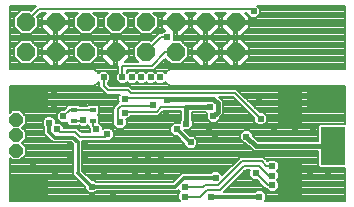
<source format=gbl>
G75*
%MOIN*%
%OFA0B0*%
%FSLAX24Y24*%
%IPPOS*%
%LPD*%
%AMOC8*
5,1,8,0,0,1.08239X$1,22.5*
%
%ADD10R,0.0236X0.0157*%
%ADD11R,0.1260X0.0787*%
%ADD12R,0.0787X0.1260*%
%ADD13OC8,0.0436*%
%ADD14OC8,0.0600*%
%ADD15C,0.0238*%
%ADD16C,0.0079*%
%ADD17C,0.0114*%
%ADD18C,0.0118*%
%ADD19C,0.0157*%
D10*
X003083Y005840D03*
X003083Y006194D03*
X003713Y006194D03*
X003713Y005840D03*
D11*
X001587Y006568D03*
X001587Y003576D03*
X011469Y006529D03*
D12*
X010288Y006332D03*
X011705Y004993D03*
X010288Y003812D03*
D13*
X001158Y004836D03*
X001158Y005348D03*
X001158Y005860D03*
D14*
X001473Y008115D03*
X002473Y008115D03*
X003473Y008115D03*
X004473Y008115D03*
X005473Y008115D03*
X006473Y008115D03*
X007473Y008115D03*
X008473Y008115D03*
X008473Y009115D03*
X007473Y009115D03*
X006473Y009115D03*
X005473Y009115D03*
X004473Y009115D03*
X003473Y009115D03*
X002473Y009115D03*
X001473Y009115D03*
D15*
X004068Y007277D03*
X004383Y007277D03*
X004698Y007277D03*
X005013Y007277D03*
X005328Y007277D03*
X005642Y007277D03*
X005957Y007277D03*
X006194Y007710D03*
X006194Y008615D03*
X006194Y006529D03*
X005721Y006371D03*
X006154Y006056D03*
X006509Y005545D03*
X006824Y005741D03*
X006981Y005112D03*
X007572Y005505D03*
X007768Y005308D03*
X007729Y005978D03*
X007611Y006293D03*
X008831Y005308D03*
X009304Y005899D03*
X009737Y005466D03*
X010446Y005466D03*
X011036Y005466D03*
X009698Y004718D03*
X009698Y004324D03*
X009698Y004009D03*
X009698Y003694D03*
X009265Y003300D03*
X009146Y004088D03*
X008831Y004088D03*
X007808Y003930D03*
X007650Y003300D03*
X006784Y003300D03*
X006784Y003615D03*
X005997Y004088D03*
X005997Y004521D03*
X005997Y004954D03*
X005564Y004954D03*
X005131Y004954D03*
X005131Y004521D03*
X005564Y004521D03*
X005564Y004088D03*
X005131Y004088D03*
X004383Y003300D03*
X003674Y003300D03*
X003674Y003635D03*
X004068Y004088D03*
X003438Y004521D03*
X003438Y004993D03*
X002965Y004993D03*
X002965Y004521D03*
X002453Y004009D03*
X001705Y004363D03*
X002532Y005545D03*
X002257Y005761D03*
X002729Y005978D03*
X002414Y006371D03*
X002414Y006686D03*
X003398Y005860D03*
X003831Y005545D03*
X004186Y005387D03*
X004619Y005781D03*
X004776Y006096D03*
X004776Y006568D03*
X001154Y006371D03*
X001154Y006765D03*
X009068Y009482D03*
X009265Y006489D03*
X010957Y004127D03*
X010957Y003734D03*
X011548Y003734D03*
X011548Y004127D03*
D16*
X000939Y004606D02*
X000939Y003164D01*
X006612Y003164D01*
X006566Y003210D01*
X006566Y003391D01*
X006633Y003458D01*
X006566Y003525D01*
X006566Y003527D01*
X006515Y003477D01*
X003824Y003477D01*
X003764Y003417D01*
X003583Y003417D01*
X003456Y003545D01*
X003456Y003630D01*
X003043Y004042D01*
X003043Y004173D01*
X003045Y004175D01*
X003045Y005044D01*
X002978Y005111D01*
X002388Y005111D01*
X002295Y005203D01*
X002295Y005203D01*
X002191Y005307D01*
X002098Y005400D01*
X002098Y005611D01*
X002038Y005671D01*
X002038Y005852D01*
X002166Y005980D01*
X002347Y005980D01*
X002475Y005852D01*
X002475Y005763D01*
X002623Y005763D01*
X002751Y005635D01*
X002751Y005605D01*
X003180Y005605D01*
X003262Y005523D01*
X003338Y005447D01*
X003620Y005447D01*
X003613Y005454D01*
X003613Y005567D01*
X003575Y005605D01*
X003575Y005662D01*
X003554Y005662D01*
X003532Y005684D01*
X003489Y005641D01*
X003308Y005641D01*
X003265Y005684D01*
X003243Y005662D01*
X002924Y005662D01*
X002866Y005720D01*
X002866Y005806D01*
X002820Y005759D01*
X002639Y005759D01*
X002511Y005887D01*
X002440Y005887D01*
X002511Y005887D02*
X002511Y006068D01*
X002639Y006196D01*
X002751Y006196D01*
X002807Y006252D01*
X002866Y006311D01*
X002866Y006314D01*
X002924Y006372D01*
X003243Y006372D01*
X003282Y006333D01*
X003515Y006333D01*
X003554Y006372D01*
X003873Y006372D01*
X003931Y006314D01*
X003931Y006074D01*
X003874Y006017D01*
X003931Y005960D01*
X003931Y005754D01*
X004050Y005635D01*
X004050Y005560D01*
X004095Y005606D01*
X004276Y005606D01*
X004404Y005478D01*
X004404Y005297D01*
X004276Y005169D01*
X004095Y005169D01*
X004094Y005170D01*
X003360Y005170D01*
X003360Y005046D01*
X003358Y005044D01*
X003358Y004175D01*
X003680Y003854D01*
X003764Y003854D01*
X003824Y003794D01*
X006384Y003794D01*
X006586Y003996D01*
X006679Y004089D01*
X007657Y004089D01*
X007717Y004149D01*
X007898Y004149D01*
X008022Y004025D01*
X008535Y004539D01*
X008616Y004620D01*
X009401Y004620D01*
X009543Y004478D01*
X009607Y004543D01*
X009788Y004543D01*
X009916Y004415D01*
X009916Y004234D01*
X009849Y004167D01*
X009916Y004100D01*
X009916Y003919D01*
X009849Y003852D01*
X009916Y003785D01*
X009916Y003604D01*
X009788Y003476D01*
X009607Y003476D01*
X009527Y003555D01*
X009483Y003555D01*
X009401Y003637D01*
X009169Y003869D01*
X009056Y003869D01*
X008928Y003997D01*
X008928Y004178D01*
X008935Y004185D01*
X008810Y004185D01*
X008084Y003459D01*
X009114Y003459D01*
X009174Y003519D01*
X009355Y003519D01*
X009483Y003391D01*
X009483Y003210D01*
X009437Y003164D01*
X012118Y003164D01*
X012118Y004264D01*
X011271Y004264D01*
X011212Y004322D01*
X011212Y004815D01*
X009073Y004815D01*
X008968Y004920D01*
X008798Y005090D01*
X008741Y005090D01*
X008613Y005218D01*
X008613Y005399D01*
X008741Y005527D01*
X008922Y005527D01*
X009050Y005399D01*
X009050Y005342D01*
X009220Y005172D01*
X011212Y005172D01*
X011212Y005664D01*
X011271Y005723D01*
X012118Y005723D01*
X012118Y006981D01*
X006311Y006981D01*
X006174Y007060D01*
X006174Y007060D01*
X006174Y007060D01*
X006128Y007139D01*
X006048Y007058D01*
X005867Y007058D01*
X005800Y007125D01*
X005733Y007058D01*
X005552Y007058D01*
X005485Y007125D01*
X005418Y007058D01*
X005237Y007058D01*
X005170Y007125D01*
X005103Y007058D01*
X004922Y007058D01*
X004855Y007125D01*
X004788Y007058D01*
X004607Y007058D01*
X004479Y007186D01*
X004479Y007367D01*
X004559Y007447D01*
X004559Y007676D01*
X004513Y007676D01*
X004513Y008076D01*
X004513Y008155D01*
X004913Y008155D01*
X004913Y008297D01*
X004655Y008555D01*
X004513Y008555D01*
X004513Y008155D01*
X004434Y008155D01*
X004434Y008555D01*
X004291Y008555D01*
X004034Y008297D01*
X004034Y008155D01*
X004434Y008155D01*
X004434Y008076D01*
X004513Y008076D01*
X004913Y008076D01*
X004913Y007933D01*
X004788Y007809D01*
X005215Y007809D01*
X005074Y007950D01*
X005074Y008281D01*
X005308Y008515D01*
X005639Y008515D01*
X005657Y008496D01*
X005916Y008754D01*
X006023Y008754D01*
X006103Y008834D01*
X006133Y008834D01*
X006034Y008933D01*
X006034Y009076D01*
X006434Y009076D01*
X006513Y009076D01*
X006513Y009155D01*
X006913Y009155D01*
X006913Y009297D01*
X006788Y009422D01*
X007158Y009422D01*
X007034Y009297D01*
X007034Y009155D01*
X007434Y009155D01*
X007434Y009076D01*
X007513Y009076D01*
X007513Y009155D01*
X007913Y009155D01*
X007913Y009297D01*
X007788Y009422D01*
X008158Y009422D01*
X008034Y009297D01*
X008034Y009155D01*
X008434Y009155D01*
X008434Y009076D01*
X008513Y009076D01*
X008513Y009155D01*
X008913Y009155D01*
X008913Y009297D01*
X008788Y009422D01*
X008849Y009422D01*
X008849Y009391D01*
X008977Y009263D01*
X009158Y009263D01*
X009286Y009391D01*
X009286Y009572D01*
X009200Y009658D01*
X012118Y009658D01*
X012118Y007573D01*
X006311Y007573D01*
X006174Y007494D01*
X006174Y007494D01*
X006174Y007494D01*
X006128Y007415D01*
X006048Y007495D01*
X005867Y007495D01*
X005800Y007428D01*
X005733Y007495D01*
X005552Y007495D01*
X005485Y007428D01*
X005418Y007495D01*
X005237Y007495D01*
X005170Y007428D01*
X005103Y007495D01*
X004922Y007495D01*
X004855Y007428D01*
X004836Y007447D01*
X004836Y007532D01*
X005739Y007532D01*
X006116Y007908D01*
X006308Y007716D01*
X006639Y007716D01*
X006873Y007950D01*
X006873Y008281D01*
X006639Y008515D01*
X006402Y008515D01*
X006412Y008525D01*
X006412Y008676D01*
X006434Y008676D01*
X006434Y009076D01*
X006434Y009155D01*
X006034Y009155D01*
X006034Y009297D01*
X006158Y009422D01*
X005732Y009422D01*
X005873Y009281D01*
X005873Y008950D01*
X005639Y008716D01*
X005308Y008716D01*
X005074Y008950D01*
X005074Y009281D01*
X005215Y009422D01*
X004732Y009422D01*
X004873Y009281D01*
X004873Y008950D01*
X004639Y008716D01*
X004308Y008716D01*
X004074Y008950D01*
X004074Y009281D01*
X004215Y009422D01*
X003732Y009422D01*
X003873Y009281D01*
X003873Y008950D01*
X003639Y008716D01*
X003308Y008716D01*
X003074Y008950D01*
X003074Y009281D01*
X003215Y009422D01*
X002788Y009422D01*
X002913Y009297D01*
X002913Y009155D01*
X002513Y009155D01*
X002513Y009076D01*
X002913Y009076D01*
X002913Y008933D01*
X002655Y008676D01*
X002513Y008676D01*
X002513Y009076D01*
X002434Y009076D01*
X002434Y008676D01*
X002291Y008676D01*
X002034Y008933D01*
X002034Y009076D01*
X002434Y009076D01*
X002434Y009155D01*
X002034Y009155D01*
X002034Y009297D01*
X002158Y009422D01*
X001976Y009422D01*
X001854Y009300D01*
X001873Y009281D01*
X001873Y008950D01*
X001639Y008716D01*
X001308Y008716D01*
X001074Y008950D01*
X001074Y009281D01*
X001308Y009515D01*
X001639Y009515D01*
X001657Y009496D01*
X001819Y009658D01*
X000939Y009658D01*
X000939Y007573D01*
X003714Y007573D01*
X003851Y007494D01*
X003851Y007494D01*
X003851Y007494D01*
X003897Y007415D01*
X003977Y007495D01*
X004158Y007495D01*
X004286Y007367D01*
X004286Y007186D01*
X004206Y007107D01*
X004206Y007059D01*
X004283Y006983D01*
X004952Y006983D01*
X005031Y006904D01*
X008495Y006904D01*
X009282Y006117D01*
X009394Y006117D01*
X009522Y005989D01*
X009522Y005808D01*
X009394Y005680D01*
X009213Y005680D01*
X009085Y005808D01*
X009085Y005921D01*
X008380Y006626D01*
X007923Y006626D01*
X007960Y006589D01*
X007960Y006589D01*
X008065Y006485D01*
X008065Y006061D01*
X007960Y005957D01*
X007947Y005944D01*
X007947Y005887D01*
X009085Y005887D01*
X009085Y005810D02*
X007870Y005810D01*
X007820Y005759D02*
X007947Y005887D01*
X007967Y005964D02*
X009042Y005964D01*
X008965Y006041D02*
X008045Y006041D01*
X008065Y006119D02*
X008888Y006119D01*
X008811Y006196D02*
X008065Y006196D01*
X008065Y006273D02*
X008733Y006273D01*
X008656Y006350D02*
X008065Y006350D01*
X008065Y006428D02*
X008579Y006428D01*
X008502Y006505D02*
X008044Y006505D01*
X007967Y006582D02*
X008424Y006582D01*
X008438Y006765D02*
X009304Y005899D01*
X009522Y005887D02*
X012118Y005887D01*
X012118Y005964D02*
X009522Y005964D01*
X009470Y006041D02*
X012118Y006041D01*
X012118Y006119D02*
X009280Y006119D01*
X009203Y006196D02*
X012118Y006196D01*
X012118Y006273D02*
X009126Y006273D01*
X009049Y006350D02*
X012118Y006350D01*
X012118Y006428D02*
X008971Y006428D01*
X008894Y006505D02*
X012118Y006505D01*
X012118Y006582D02*
X008817Y006582D01*
X008740Y006659D02*
X012118Y006659D01*
X012118Y006737D02*
X008662Y006737D01*
X008585Y006814D02*
X012118Y006814D01*
X012118Y006891D02*
X008508Y006891D01*
X008438Y006765D02*
X004973Y006765D01*
X004894Y006844D01*
X004225Y006844D01*
X004068Y007001D01*
X004068Y007277D01*
X004222Y007432D02*
X004544Y007432D01*
X004559Y007509D02*
X003825Y007509D01*
X003887Y007432D02*
X003914Y007432D01*
X003897Y007139D02*
X003929Y007107D01*
X003929Y006944D01*
X004086Y006786D01*
X004168Y006705D01*
X004604Y006705D01*
X004558Y006659D01*
X004558Y006478D01*
X004583Y006453D01*
X004483Y006353D01*
X004401Y006271D01*
X004401Y005872D01*
X004400Y005871D01*
X004400Y005690D01*
X004528Y005562D01*
X004709Y005562D01*
X004837Y005690D01*
X004837Y005871D01*
X004831Y005877D01*
X004867Y005877D01*
X004986Y005996D01*
X005897Y005996D01*
X006054Y006154D01*
X006645Y006154D01*
X006645Y005872D01*
X006605Y005832D01*
X006605Y005757D01*
X006599Y005763D01*
X006418Y005763D01*
X006290Y005635D01*
X006290Y005454D01*
X006418Y005326D01*
X006503Y005326D01*
X006763Y005067D01*
X006763Y005021D01*
X006891Y004893D01*
X007072Y004893D01*
X007199Y005021D01*
X007199Y005202D01*
X007072Y005330D01*
X006947Y005330D01*
X006754Y005523D01*
X006914Y005523D01*
X007042Y005651D01*
X007042Y005832D01*
X007002Y005872D01*
X007002Y006115D01*
X007480Y006115D01*
X007519Y006076D01*
X007511Y006068D01*
X007511Y005887D01*
X007002Y005887D01*
X007002Y005964D02*
X007511Y005964D01*
X007511Y005887D02*
X007639Y005759D01*
X007820Y005759D01*
X007588Y005810D02*
X007042Y005810D01*
X007042Y005732D02*
X009161Y005732D01*
X009446Y005732D02*
X012118Y005732D01*
X012118Y005810D02*
X009522Y005810D01*
X009025Y005423D02*
X011212Y005423D01*
X011212Y005346D02*
X009050Y005346D01*
X009123Y005269D02*
X011212Y005269D01*
X011212Y005192D02*
X009200Y005192D01*
X008928Y004960D02*
X007138Y004960D01*
X007199Y005037D02*
X008851Y005037D01*
X008716Y005115D02*
X007199Y005115D01*
X007199Y005192D02*
X008639Y005192D01*
X008613Y005269D02*
X007132Y005269D01*
X006931Y005346D02*
X008613Y005346D01*
X008638Y005423D02*
X006854Y005423D01*
X006777Y005501D02*
X008715Y005501D01*
X008948Y005501D02*
X011212Y005501D01*
X011212Y005578D02*
X006969Y005578D01*
X007042Y005655D02*
X011212Y005655D01*
X011212Y004806D02*
X003358Y004806D01*
X003358Y004883D02*
X009005Y004883D01*
X008674Y004482D02*
X009343Y004482D01*
X009501Y004324D01*
X009698Y004324D01*
X009916Y004342D02*
X011212Y004342D01*
X011212Y004419D02*
X009911Y004419D01*
X009834Y004497D02*
X011212Y004497D01*
X011212Y004574D02*
X009447Y004574D01*
X009524Y004497D02*
X009561Y004497D01*
X009265Y004324D02*
X009579Y004009D01*
X009698Y004009D01*
X009916Y004033D02*
X012118Y004033D01*
X012118Y003956D02*
X009916Y003956D01*
X009876Y003879D02*
X012118Y003879D01*
X012118Y003801D02*
X009899Y003801D01*
X009916Y003724D02*
X012118Y003724D01*
X012118Y003647D02*
X009916Y003647D01*
X009882Y003570D02*
X012118Y003570D01*
X012118Y003492D02*
X009805Y003492D01*
X009590Y003492D02*
X009381Y003492D01*
X009459Y003415D02*
X012118Y003415D01*
X012118Y003338D02*
X009483Y003338D01*
X009483Y003261D02*
X012118Y003261D01*
X012118Y003184D02*
X009456Y003184D01*
X009148Y003492D02*
X008117Y003492D01*
X008195Y003570D02*
X009468Y003570D01*
X009391Y003647D02*
X008272Y003647D01*
X008349Y003724D02*
X009314Y003724D01*
X009237Y003801D02*
X008426Y003801D01*
X008503Y003879D02*
X009047Y003879D01*
X008969Y003956D02*
X008581Y003956D01*
X008658Y004033D02*
X008928Y004033D01*
X008928Y004110D02*
X008735Y004110D01*
X008753Y004324D02*
X009265Y004324D01*
X009146Y004088D02*
X009540Y003694D01*
X009698Y003694D01*
X009905Y004110D02*
X012118Y004110D01*
X012118Y004188D02*
X009870Y004188D01*
X009916Y004265D02*
X011270Y004265D01*
X011212Y004651D02*
X003358Y004651D01*
X003358Y004574D02*
X008570Y004574D01*
X008493Y004497D02*
X003358Y004497D01*
X003358Y004419D02*
X008416Y004419D01*
X008338Y004342D02*
X003358Y004342D01*
X003358Y004265D02*
X008261Y004265D01*
X008184Y004188D02*
X003358Y004188D01*
X003423Y004110D02*
X007679Y004110D01*
X007937Y004110D02*
X008107Y004110D01*
X008029Y004033D02*
X008014Y004033D01*
X007887Y003694D02*
X008674Y004482D01*
X008753Y004324D02*
X007965Y003537D01*
X007532Y003537D01*
X007296Y003300D01*
X006784Y003300D01*
X006598Y003492D02*
X006531Y003492D01*
X006590Y003415D02*
X000939Y003415D01*
X000939Y003338D02*
X006566Y003338D01*
X006566Y003261D02*
X000939Y003261D01*
X000939Y003184D02*
X006592Y003184D01*
X006784Y003615D02*
X007375Y003615D01*
X007453Y003694D01*
X007887Y003694D01*
X006624Y004033D02*
X003500Y004033D01*
X003577Y003956D02*
X006546Y003956D01*
X006469Y003879D02*
X003654Y003879D01*
X003817Y003801D02*
X006392Y003801D01*
X006824Y004960D02*
X003358Y004960D01*
X003358Y005037D02*
X006763Y005037D01*
X006715Y005115D02*
X003360Y005115D01*
X003280Y005308D02*
X003123Y005466D01*
X002611Y005466D01*
X002532Y005545D01*
X002653Y005732D02*
X002866Y005732D01*
X003083Y005840D02*
X003379Y005840D01*
X003398Y005860D01*
X003294Y005655D02*
X002731Y005655D01*
X002588Y005810D02*
X002475Y005810D01*
X002511Y005964D02*
X002362Y005964D01*
X002151Y005964D02*
X001476Y005964D01*
X001476Y005991D02*
X001290Y006177D01*
X001027Y006177D01*
X000939Y006089D01*
X000939Y006981D01*
X003714Y006981D01*
X003851Y007060D01*
X003851Y007060D01*
X003897Y007139D01*
X003888Y007123D02*
X003913Y007123D01*
X003929Y007046D02*
X003826Y007046D01*
X003851Y007060D02*
X003851Y007060D01*
X003929Y006968D02*
X000939Y006968D01*
X000939Y006891D02*
X003982Y006891D01*
X004059Y006814D02*
X000939Y006814D01*
X000939Y006737D02*
X004136Y006737D01*
X004220Y007046D02*
X006199Y007046D01*
X006137Y007123D02*
X006112Y007123D01*
X006111Y007432D02*
X006138Y007432D01*
X006200Y007509D02*
X004836Y007509D01*
X004852Y007432D02*
X004859Y007432D01*
X004698Y007277D02*
X004698Y007671D01*
X005682Y007671D01*
X006127Y008115D01*
X006473Y008115D01*
X006795Y008359D02*
X007095Y008359D01*
X007034Y008297D02*
X007034Y008155D01*
X007434Y008155D01*
X007434Y008555D01*
X007291Y008555D01*
X007034Y008297D01*
X007034Y008281D02*
X006872Y008281D01*
X006873Y008204D02*
X007034Y008204D01*
X006873Y008127D02*
X007434Y008127D01*
X007434Y008155D02*
X007434Y008076D01*
X007513Y008076D01*
X007513Y008155D01*
X007913Y008155D01*
X007913Y008297D01*
X007655Y008555D01*
X007513Y008555D01*
X007513Y008155D01*
X007434Y008155D01*
X007434Y008204D02*
X007513Y008204D01*
X007513Y008127D02*
X008434Y008127D01*
X008434Y008155D02*
X008434Y008076D01*
X008513Y008076D01*
X008513Y008155D01*
X008913Y008155D01*
X008913Y008297D01*
X008655Y008555D01*
X008513Y008555D01*
X008513Y008155D01*
X008434Y008155D01*
X008434Y008555D01*
X008291Y008555D01*
X008034Y008297D01*
X008034Y008155D01*
X008434Y008155D01*
X008434Y008204D02*
X008513Y008204D01*
X008513Y008127D02*
X012118Y008127D01*
X012118Y008204D02*
X008913Y008204D01*
X008913Y008281D02*
X012118Y008281D01*
X012118Y008359D02*
X008851Y008359D01*
X008774Y008436D02*
X012118Y008436D01*
X012118Y008513D02*
X008697Y008513D01*
X008655Y008676D02*
X008513Y008676D01*
X008513Y009076D01*
X008913Y009076D01*
X008913Y008933D01*
X008655Y008676D01*
X008724Y008745D02*
X012118Y008745D01*
X012118Y008822D02*
X008801Y008822D01*
X008878Y008899D02*
X012118Y008899D01*
X012118Y008977D02*
X008913Y008977D01*
X008913Y009054D02*
X012118Y009054D01*
X012118Y009131D02*
X008513Y009131D01*
X008513Y009054D02*
X008434Y009054D01*
X008434Y009076D02*
X008434Y008676D01*
X008291Y008676D01*
X008034Y008933D01*
X008034Y009076D01*
X008434Y009076D01*
X008434Y009131D02*
X007513Y009131D01*
X007513Y009076D02*
X007913Y009076D01*
X007913Y008933D01*
X007655Y008676D01*
X007513Y008676D01*
X007513Y009076D01*
X007513Y009054D02*
X007434Y009054D01*
X007434Y009076D02*
X007434Y008676D01*
X007291Y008676D01*
X007034Y008933D01*
X007034Y009076D01*
X007434Y009076D01*
X007434Y009131D02*
X006513Y009131D01*
X006513Y009076D02*
X006913Y009076D01*
X006913Y008933D01*
X006655Y008676D01*
X006513Y008676D01*
X006513Y009076D01*
X006513Y009054D02*
X006434Y009054D01*
X006434Y009131D02*
X005873Y009131D01*
X005873Y009054D02*
X006034Y009054D01*
X006034Y008977D02*
X005873Y008977D01*
X005822Y008899D02*
X006068Y008899D01*
X006091Y008822D02*
X005745Y008822D01*
X005667Y008745D02*
X005906Y008745D01*
X005829Y008668D02*
X000939Y008668D01*
X000939Y008745D02*
X001279Y008745D01*
X001202Y008822D02*
X000939Y008822D01*
X000939Y008899D02*
X001125Y008899D01*
X001074Y008977D02*
X000939Y008977D01*
X000939Y009054D02*
X001074Y009054D01*
X001074Y009131D02*
X000939Y009131D01*
X000939Y009208D02*
X001074Y009208D01*
X001078Y009286D02*
X000939Y009286D01*
X000939Y009363D02*
X001156Y009363D01*
X001233Y009440D02*
X000939Y009440D01*
X000939Y009517D02*
X001679Y009517D01*
X001756Y009594D02*
X000939Y009594D01*
X001473Y009115D02*
X001918Y009560D01*
X008989Y009560D01*
X009068Y009482D01*
X008878Y009363D02*
X008847Y009363D01*
X008913Y009286D02*
X008955Y009286D01*
X008913Y009208D02*
X012118Y009208D01*
X012118Y009286D02*
X009180Y009286D01*
X009258Y009363D02*
X012118Y009363D01*
X012118Y009440D02*
X009286Y009440D01*
X009286Y009517D02*
X012118Y009517D01*
X012118Y009594D02*
X009264Y009594D01*
X008513Y008977D02*
X008434Y008977D01*
X008434Y008899D02*
X008513Y008899D01*
X008513Y008822D02*
X008434Y008822D01*
X008434Y008745D02*
X008513Y008745D01*
X008513Y008513D02*
X008434Y008513D01*
X008434Y008436D02*
X008513Y008436D01*
X008513Y008359D02*
X008434Y008359D01*
X008434Y008281D02*
X008513Y008281D01*
X008513Y008076D02*
X008913Y008076D01*
X008913Y007933D01*
X008655Y007676D01*
X008513Y007676D01*
X008513Y008076D01*
X008513Y008050D02*
X008434Y008050D01*
X008434Y008076D02*
X008434Y007676D01*
X008291Y007676D01*
X008034Y007933D01*
X008034Y008076D01*
X008434Y008076D01*
X008434Y007972D02*
X008513Y007972D01*
X008513Y007895D02*
X008434Y007895D01*
X008434Y007818D02*
X008513Y007818D01*
X008513Y007741D02*
X008434Y007741D01*
X008227Y007741D02*
X007720Y007741D01*
X007655Y007676D02*
X007913Y007933D01*
X007913Y008076D01*
X007513Y008076D01*
X007513Y007676D01*
X007655Y007676D01*
X007513Y007741D02*
X007434Y007741D01*
X007434Y007676D02*
X007434Y008076D01*
X007034Y008076D01*
X007034Y007933D01*
X007291Y007676D01*
X007434Y007676D01*
X007434Y007818D02*
X007513Y007818D01*
X007513Y007895D02*
X007434Y007895D01*
X007434Y007972D02*
X007513Y007972D01*
X007513Y008050D02*
X007434Y008050D01*
X007434Y008281D02*
X007513Y008281D01*
X007513Y008359D02*
X007434Y008359D01*
X007434Y008436D02*
X007513Y008436D01*
X007513Y008513D02*
X007434Y008513D01*
X007249Y008513D02*
X006640Y008513D01*
X006718Y008436D02*
X007172Y008436D01*
X007222Y008745D02*
X006724Y008745D01*
X006801Y008822D02*
X007145Y008822D01*
X007068Y008899D02*
X006878Y008899D01*
X006913Y008977D02*
X007034Y008977D01*
X007034Y009054D02*
X006913Y009054D01*
X006913Y009208D02*
X007034Y009208D01*
X007034Y009286D02*
X006913Y009286D01*
X006847Y009363D02*
X007099Y009363D01*
X007434Y008977D02*
X007513Y008977D01*
X007513Y008899D02*
X007434Y008899D01*
X007434Y008822D02*
X007513Y008822D01*
X007513Y008745D02*
X007434Y008745D01*
X007697Y008513D02*
X008249Y008513D01*
X008172Y008436D02*
X007774Y008436D01*
X007851Y008359D02*
X008095Y008359D01*
X008034Y008281D02*
X007913Y008281D01*
X007913Y008204D02*
X008034Y008204D01*
X008034Y008050D02*
X007913Y008050D01*
X007913Y007972D02*
X008034Y007972D01*
X008072Y007895D02*
X007874Y007895D01*
X007797Y007818D02*
X008149Y007818D01*
X008720Y007741D02*
X012118Y007741D01*
X012118Y007818D02*
X008797Y007818D01*
X008874Y007895D02*
X012118Y007895D01*
X012118Y007972D02*
X008913Y007972D01*
X008913Y008050D02*
X012118Y008050D01*
X012118Y007663D02*
X005871Y007663D01*
X005794Y007586D02*
X012118Y007586D01*
X012118Y006968D02*
X004966Y006968D01*
X004858Y007123D02*
X004852Y007123D01*
X005167Y007123D02*
X005173Y007123D01*
X005167Y007432D02*
X005173Y007432D01*
X005482Y007432D02*
X005488Y007432D01*
X005796Y007432D02*
X005803Y007432D01*
X005797Y007123D02*
X005803Y007123D01*
X005488Y007123D02*
X005482Y007123D01*
X006115Y006608D02*
X006194Y006529D01*
X006154Y006568D01*
X006115Y006608D02*
X004816Y006608D01*
X004776Y006568D01*
X004558Y006582D02*
X000939Y006582D01*
X000939Y006505D02*
X004558Y006505D01*
X004558Y006428D02*
X000939Y006428D01*
X000939Y006350D02*
X002902Y006350D01*
X002828Y006273D02*
X000939Y006273D01*
X000939Y006196D02*
X002638Y006196D01*
X002561Y006119D02*
X001348Y006119D01*
X001425Y006041D02*
X002511Y006041D01*
X002729Y005978D02*
X002946Y006194D01*
X003083Y006194D01*
X003713Y006194D01*
X003532Y006350D02*
X003265Y006350D01*
X003895Y006350D02*
X004480Y006350D01*
X004403Y006273D02*
X003931Y006273D01*
X003931Y006196D02*
X004401Y006196D01*
X004401Y006119D02*
X003931Y006119D01*
X003898Y006041D02*
X004401Y006041D01*
X004401Y005964D02*
X003926Y005964D01*
X003931Y005887D02*
X004401Y005887D01*
X004400Y005810D02*
X003931Y005810D01*
X003952Y005732D02*
X004400Y005732D01*
X004436Y005655D02*
X004030Y005655D01*
X004050Y005578D02*
X004068Y005578D01*
X004186Y005387D02*
X004107Y005308D01*
X003280Y005308D01*
X003284Y005501D02*
X003613Y005501D01*
X003602Y005578D02*
X003207Y005578D01*
X003503Y005655D02*
X003575Y005655D01*
X003713Y005663D02*
X003713Y005840D01*
X003713Y005663D02*
X003831Y005545D01*
X004304Y005578D02*
X004513Y005578D01*
X004381Y005501D02*
X006290Y005501D01*
X006290Y005578D02*
X004725Y005578D01*
X004802Y005655D02*
X006310Y005655D01*
X006388Y005732D02*
X004837Y005732D01*
X004837Y005810D02*
X006605Y005810D01*
X006645Y005887D02*
X004876Y005887D01*
X004954Y005964D02*
X006645Y005964D01*
X006645Y006041D02*
X005942Y006041D01*
X006019Y006119D02*
X006645Y006119D01*
X006824Y006293D02*
X005997Y006293D01*
X005839Y006135D01*
X004816Y006135D01*
X004776Y006096D01*
X004540Y006214D02*
X004540Y005860D01*
X004619Y005781D01*
X004404Y005423D02*
X006321Y005423D01*
X006398Y005346D02*
X004404Y005346D01*
X004377Y005269D02*
X006560Y005269D01*
X006637Y005192D02*
X004299Y005192D01*
X003358Y004728D02*
X011212Y004728D01*
X007511Y006041D02*
X007002Y006041D01*
X005721Y006371D02*
X005682Y006332D01*
X004658Y006332D01*
X004540Y006214D01*
X004559Y006659D02*
X000939Y006659D01*
X000939Y006119D02*
X000968Y006119D01*
X001476Y005991D02*
X001476Y005728D01*
X001351Y005604D01*
X001476Y005479D01*
X001476Y005216D01*
X001351Y005092D01*
X001476Y004967D01*
X001476Y004704D01*
X001290Y004518D01*
X001027Y004518D01*
X000939Y004606D01*
X000939Y004574D02*
X000971Y004574D01*
X000939Y004497D02*
X003045Y004497D01*
X003045Y004574D02*
X001345Y004574D01*
X001422Y004651D02*
X003045Y004651D01*
X003045Y004728D02*
X001476Y004728D01*
X001476Y004806D02*
X003045Y004806D01*
X003045Y004883D02*
X001476Y004883D01*
X001476Y004960D02*
X003045Y004960D01*
X003045Y005037D02*
X001406Y005037D01*
X001374Y005115D02*
X002384Y005115D01*
X002307Y005192D02*
X001451Y005192D01*
X001476Y005269D02*
X002229Y005269D01*
X002152Y005346D02*
X001476Y005346D01*
X001476Y005423D02*
X002098Y005423D01*
X002098Y005501D02*
X001454Y005501D01*
X001377Y005578D02*
X002098Y005578D01*
X002054Y005655D02*
X001403Y005655D01*
X001476Y005732D02*
X002038Y005732D01*
X002038Y005810D02*
X001476Y005810D01*
X001476Y005887D02*
X002074Y005887D01*
X003045Y004419D02*
X000939Y004419D01*
X000939Y004342D02*
X003045Y004342D01*
X003045Y004265D02*
X000939Y004265D01*
X000939Y004188D02*
X003045Y004188D01*
X003043Y004110D02*
X000939Y004110D01*
X000939Y004033D02*
X003052Y004033D01*
X003129Y003956D02*
X000939Y003956D01*
X000939Y003879D02*
X003206Y003879D01*
X003284Y003801D02*
X000939Y003801D01*
X000939Y003724D02*
X003361Y003724D01*
X003438Y003647D02*
X000939Y003647D01*
X000939Y003570D02*
X003456Y003570D01*
X003508Y003492D02*
X000939Y003492D01*
X004222Y007123D02*
X004543Y007123D01*
X004479Y007200D02*
X004286Y007200D01*
X004286Y007277D02*
X004479Y007277D01*
X004479Y007354D02*
X004286Y007354D01*
X004559Y007586D02*
X000939Y007586D01*
X000939Y007663D02*
X004559Y007663D01*
X004513Y007741D02*
X004434Y007741D01*
X004434Y007676D02*
X004434Y008076D01*
X004034Y008076D01*
X004034Y007933D01*
X004291Y007676D01*
X004434Y007676D01*
X004434Y007818D02*
X004513Y007818D01*
X004513Y007895D02*
X004434Y007895D01*
X004434Y007972D02*
X004513Y007972D01*
X004513Y008050D02*
X004434Y008050D01*
X004434Y008127D02*
X003873Y008127D01*
X003873Y008204D02*
X004034Y008204D01*
X004034Y008281D02*
X003872Y008281D01*
X003873Y008281D02*
X003639Y008515D01*
X003308Y008515D01*
X003074Y008281D01*
X003074Y007950D01*
X003308Y007716D01*
X003639Y007716D01*
X003873Y007950D01*
X003873Y008281D01*
X003795Y008359D02*
X004095Y008359D01*
X004172Y008436D02*
X003718Y008436D01*
X003640Y008513D02*
X004249Y008513D01*
X004434Y008513D02*
X004513Y008513D01*
X004513Y008436D02*
X004434Y008436D01*
X004434Y008359D02*
X004513Y008359D01*
X004513Y008281D02*
X004434Y008281D01*
X004434Y008204D02*
X004513Y008204D01*
X004513Y008127D02*
X005074Y008127D01*
X005074Y008204D02*
X004913Y008204D01*
X004913Y008281D02*
X005074Y008281D01*
X005152Y008359D02*
X004851Y008359D01*
X004774Y008436D02*
X005229Y008436D01*
X005306Y008513D02*
X004697Y008513D01*
X004667Y008745D02*
X005279Y008745D01*
X005202Y008822D02*
X004745Y008822D01*
X004822Y008899D02*
X005125Y008899D01*
X005074Y008977D02*
X004873Y008977D01*
X004873Y009054D02*
X005074Y009054D01*
X005074Y009131D02*
X004873Y009131D01*
X004873Y009208D02*
X005074Y009208D01*
X005078Y009286D02*
X004868Y009286D01*
X004791Y009363D02*
X005156Y009363D01*
X005791Y009363D02*
X006099Y009363D01*
X006034Y009286D02*
X005868Y009286D01*
X005873Y009208D02*
X006034Y009208D01*
X006434Y008977D02*
X006513Y008977D01*
X006513Y008899D02*
X006434Y008899D01*
X006434Y008822D02*
X006513Y008822D01*
X006513Y008745D02*
X006434Y008745D01*
X006412Y008668D02*
X012118Y008668D01*
X012118Y008590D02*
X006412Y008590D01*
X006194Y008615D02*
X005973Y008615D01*
X005473Y008115D01*
X005206Y007818D02*
X004797Y007818D01*
X004874Y007895D02*
X005129Y007895D01*
X005074Y007972D02*
X004913Y007972D01*
X004913Y008050D02*
X005074Y008050D01*
X005640Y008513D02*
X005675Y008513D01*
X005752Y008590D02*
X000939Y008590D01*
X000939Y008513D02*
X001306Y008513D01*
X001308Y008515D02*
X001074Y008281D01*
X001074Y007950D01*
X001308Y007716D01*
X001639Y007716D01*
X001873Y007950D01*
X001873Y008281D01*
X001639Y008515D01*
X001308Y008515D01*
X001229Y008436D02*
X000939Y008436D01*
X000939Y008359D02*
X001152Y008359D01*
X001074Y008281D02*
X000939Y008281D01*
X000939Y008204D02*
X001074Y008204D01*
X001074Y008127D02*
X000939Y008127D01*
X000939Y008050D02*
X001074Y008050D01*
X001074Y007972D02*
X000939Y007972D01*
X000939Y007895D02*
X001129Y007895D01*
X001206Y007818D02*
X000939Y007818D01*
X000939Y007741D02*
X001283Y007741D01*
X001663Y007741D02*
X002227Y007741D01*
X002291Y007676D02*
X002434Y007676D01*
X002434Y008076D01*
X002513Y008076D01*
X002513Y008155D01*
X002913Y008155D01*
X002913Y008297D01*
X002655Y008555D01*
X002513Y008555D01*
X002513Y008155D01*
X002434Y008155D01*
X002434Y008555D01*
X002291Y008555D01*
X002034Y008297D01*
X002034Y008155D01*
X002434Y008155D01*
X002434Y008076D01*
X002034Y008076D01*
X002034Y007933D01*
X002291Y007676D01*
X002434Y007741D02*
X002513Y007741D01*
X002513Y007676D02*
X002655Y007676D01*
X002913Y007933D01*
X002913Y008076D01*
X002513Y008076D01*
X002513Y007676D01*
X002513Y007818D02*
X002434Y007818D01*
X002434Y007895D02*
X002513Y007895D01*
X002513Y007972D02*
X002434Y007972D01*
X002434Y008050D02*
X002513Y008050D01*
X002513Y008127D02*
X003074Y008127D01*
X003074Y008204D02*
X002913Y008204D01*
X002913Y008281D02*
X003074Y008281D01*
X003152Y008359D02*
X002851Y008359D01*
X002774Y008436D02*
X003229Y008436D01*
X003306Y008513D02*
X002697Y008513D01*
X002513Y008513D02*
X002434Y008513D01*
X002434Y008436D02*
X002513Y008436D01*
X002513Y008359D02*
X002434Y008359D01*
X002434Y008281D02*
X002513Y008281D01*
X002513Y008204D02*
X002434Y008204D01*
X002434Y008127D02*
X001873Y008127D01*
X001873Y008204D02*
X002034Y008204D01*
X002034Y008281D02*
X001872Y008281D01*
X001795Y008359D02*
X002095Y008359D01*
X002172Y008436D02*
X001718Y008436D01*
X001640Y008513D02*
X002249Y008513D01*
X002222Y008745D02*
X001667Y008745D01*
X001745Y008822D02*
X002145Y008822D01*
X002068Y008899D02*
X001822Y008899D01*
X001873Y008977D02*
X002034Y008977D01*
X002034Y009054D02*
X001873Y009054D01*
X001873Y009131D02*
X002434Y009131D01*
X002434Y009054D02*
X002513Y009054D01*
X002513Y009131D02*
X003074Y009131D01*
X003074Y009054D02*
X002913Y009054D01*
X002913Y008977D02*
X003074Y008977D01*
X003125Y008899D02*
X002878Y008899D01*
X002801Y008822D02*
X003202Y008822D01*
X003279Y008745D02*
X002724Y008745D01*
X002513Y008745D02*
X002434Y008745D01*
X002434Y008822D02*
X002513Y008822D01*
X002513Y008899D02*
X002434Y008899D01*
X002434Y008977D02*
X002513Y008977D01*
X002913Y009208D02*
X003074Y009208D01*
X003078Y009286D02*
X002913Y009286D01*
X002847Y009363D02*
X003156Y009363D01*
X003791Y009363D02*
X004156Y009363D01*
X004078Y009286D02*
X003868Y009286D01*
X003873Y009208D02*
X004074Y009208D01*
X004074Y009131D02*
X003873Y009131D01*
X003873Y009054D02*
X004074Y009054D01*
X004074Y008977D02*
X003873Y008977D01*
X003822Y008899D02*
X004125Y008899D01*
X004202Y008822D02*
X003745Y008822D01*
X003667Y008745D02*
X004279Y008745D01*
X004034Y008050D02*
X003873Y008050D01*
X003873Y007972D02*
X004034Y007972D01*
X004072Y007895D02*
X003818Y007895D01*
X003740Y007818D02*
X004149Y007818D01*
X004227Y007741D02*
X003663Y007741D01*
X003283Y007741D02*
X002720Y007741D01*
X002797Y007818D02*
X003206Y007818D01*
X003129Y007895D02*
X002874Y007895D01*
X002913Y007972D02*
X003074Y007972D01*
X003074Y008050D02*
X002913Y008050D01*
X002149Y007818D02*
X001740Y007818D01*
X001818Y007895D02*
X002072Y007895D01*
X002034Y007972D02*
X001873Y007972D01*
X001873Y008050D02*
X002034Y008050D01*
X002034Y009208D02*
X001873Y009208D01*
X001868Y009286D02*
X002034Y009286D01*
X002099Y009363D02*
X001917Y009363D01*
X005948Y007741D02*
X006283Y007741D01*
X006206Y007818D02*
X006025Y007818D01*
X006103Y007895D02*
X006129Y007895D01*
X006663Y007741D02*
X007227Y007741D01*
X007149Y007818D02*
X006740Y007818D01*
X006818Y007895D02*
X007072Y007895D01*
X007034Y007972D02*
X006873Y007972D01*
X006873Y008050D02*
X007034Y008050D01*
X007724Y008745D02*
X008222Y008745D01*
X008145Y008822D02*
X007801Y008822D01*
X007878Y008899D02*
X008068Y008899D01*
X008034Y008977D02*
X007913Y008977D01*
X007913Y009054D02*
X008034Y009054D01*
X008034Y009208D02*
X007913Y009208D01*
X007913Y009286D02*
X008034Y009286D01*
X008099Y009363D02*
X007847Y009363D01*
D17*
X003202Y005112D02*
X003202Y004108D01*
D18*
X003674Y003635D01*
X006450Y003635D01*
X006745Y003930D01*
X007808Y003930D01*
X007650Y003300D02*
X009265Y003300D01*
X006981Y005112D02*
X006942Y005112D01*
X006509Y005545D01*
X003202Y005112D02*
X003044Y005269D01*
X002453Y005269D01*
X002257Y005466D01*
X002257Y005761D01*
D19*
X006194Y006529D02*
X006233Y006568D01*
X007729Y006568D01*
X007887Y006411D01*
X007887Y006135D01*
X007729Y005978D01*
X007611Y006293D02*
X006824Y006293D01*
X006824Y005741D01*
X008831Y005308D02*
X009146Y004993D01*
X011705Y004993D01*
M02*

</source>
